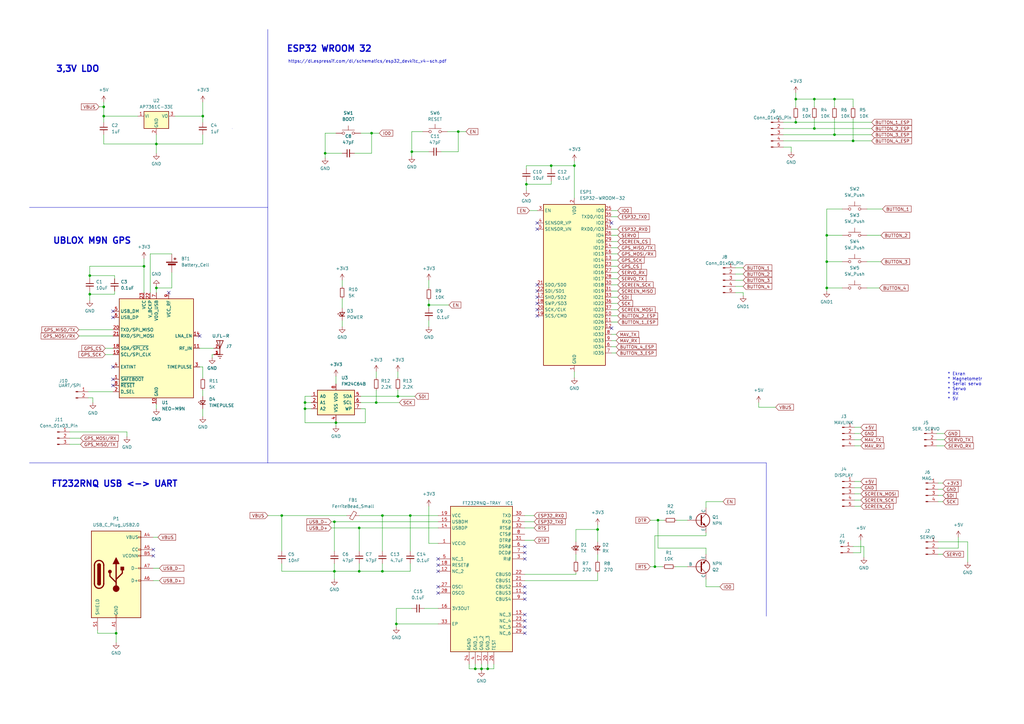
<source format=kicad_sch>
(kicad_sch (version 20230121) (generator eeschema)
  (paper "A3")
  (title_block (title "Tracker PCB") (date "5/2024") (rev "beta v.2"))
  (junction (at 152.4 54.61))
  (junction (at 137.795 173.355))
  (junction (at 339.09 96.52))
  (junction (at 349.885 57.785))
  (junction (at 162.56 255.905))
  (junction (at 59.055 109.22))
  (junction (at 42.545 47.625))
  (junction (at 156.845 234.315))
  (junction (at 342.265 55.245))
  (junction (at 83.185 47.625))
  (junction (at 47.625 259.715))
  (junction (at 133.35 62.865))
  (junction (at 175.895 125.095))
  (junction (at 245.11 217.17))
  (junction (at 147.32 234.315))
  (junction (at 168.275 211.455))
  (junction (at 147.32 216.535))
  (junction (at 334.01 40.64))
  (junction (at 200.025 274.32))
  (junction (at 36.83 120.65))
  (junction (at 125.095 165.1))
  (junction (at 215.9 75.565))
  (junction (at 342.265 40.64))
  (junction (at 156.845 211.455))
  (junction (at 194.945 274.32))
  (junction (at 168.91 62.23))
  (junction (at 137.16 213.995))
  (junction (at 197.485 274.32))
  (junction (at 339.09 107.315))
  (junction (at 226.06 67.945))
  (junction (at 42.545 43.815))
  (junction (at 64.135 118.11))
  (junction (at 137.16 234.315))
  (junction (at 154.305 165.1))
  (junction (at 326.39 50.165))
  (junction (at 268.605 232.41))
  (junction (at 326.39 40.64))
  (junction (at 125.095 167.64))
  (junction (at 187.96 53.975))
  (junction (at 163.195 162.56))
  (junction (at 334.01 52.705))
  (junction (at 36.83 113.03))
  (junction (at 269.875 213.36))
  (junction (at 64.135 59.055))
  (junction (at 339.09 118.11))
  (junction (at 235.585 67.945))
  (junction (at 115.57 211.455))
  (no_connect (at 179.705 243.205))
  (no_connect (at 179.705 229.235))
  (no_connect (at 46.355 155.575))
  (no_connect (at 215.265 224.155))
  (no_connect (at 215.265 254.635))
  (no_connect (at 215.265 252.095))
  (no_connect (at 250.825 134.62))
  (no_connect (at 250.825 91.44))
  (no_connect (at 46.355 127.635))
  (no_connect (at 62.865 227.965))
  (no_connect (at 69.215 120.015))
  (no_connect (at 220.345 116.84))
  (no_connect (at 46.355 158.115))
  (no_connect (at 179.705 231.775))
  (no_connect (at 215.265 257.175))
  (no_connect (at 81.915 137.795))
  (no_connect (at 62.865 225.425))
  (no_connect (at 215.265 259.715))
  (no_connect (at 215.265 245.745))
  (no_connect (at 215.265 226.695))
  (no_connect (at 220.345 93.98))
  (no_connect (at 220.345 127))
  (no_connect (at 220.345 91.44))
  (no_connect (at 220.345 121.92))
  (no_connect (at 215.265 229.235))
  (no_connect (at 220.345 129.54))
  (no_connect (at 215.265 240.665))
  (no_connect (at 215.265 243.205))
  (no_connect (at 46.355 130.175))
  (no_connect (at 179.705 234.315))
  (no_connect (at 220.345 124.46))
  (no_connect (at 46.355 150.495))
  (no_connect (at 179.705 240.665))
  (no_connect (at 220.345 119.38))
  (wire (pts (xy 289.56 240.665) (xy 295.275 240.665)))
  (wire (pts (xy 349.885 57.785) (xy 357.505 57.785)))
  (wire (pts (xy 61.595 104.14) (xy 70.485 104.14)))
  (wire (pts (xy 43.18 142.875) (xy 46.355 142.875)))
  (wire (pts (xy 384.81 205.74) (xy 386.715 205.74)))
  (wire (pts (xy 339.09 119.38) (xy 339.09 118.11)))
  (wire (pts (xy 349.885 40.64) (xy 342.265 40.64)))
  (wire (pts (xy 64.135 165.735) (xy 64.135 167.64)))
  (wire (pts (xy 168.275 226.06) (xy 168.275 211.455)))
  (wire (pts (xy 321.31 60.325) (xy 324.485 60.325)))
  (wire (pts (xy 42.545 43.815) (xy 42.545 47.625)))
  (wire (pts (xy 250.825 129.54) (xy 253.365 129.54)))
  (wire (pts (xy 194.945 272.415) (xy 194.945 274.32)))
  (wire (pts (xy 47.625 258.445) (xy 47.625 259.715)))
  (wire (pts (xy 353.06 226.695) (xy 349.885 226.695)))
  (wire (pts (xy 342.265 48.895) (xy 342.265 55.245)))
  (wire (pts (xy 215.9 75.565) (xy 226.06 75.565)))
  (wire (pts (xy 326.39 50.165) (xy 357.505 50.165)))
  (wire (pts (xy 46.99 119.38) (xy 46.99 120.65)))
  (wire (pts (xy 152.4 62.865) (xy 152.4 54.61)))
  (wire (pts (xy 137.16 213.995) (xy 179.705 213.995)))
  (wire (pts (xy 163.195 160.02) (xy 163.195 162.56)))
  (wire (pts (xy 147.955 162.56) (xy 163.195 162.56)))
  (wire (pts (xy 147.955 167.64) (xy 149.86 167.64)))
  (wire (pts (xy 28.575 182.245) (xy 33.02 182.245)))
  (wire (pts (xy 175.895 207.645) (xy 175.895 222.885)))
  (wire (pts (xy 137.795 54.61) (xy 133.35 54.61)))
  (wire (pts (xy 353.06 221.615) (xy 353.06 226.695)))
  (wire (pts (xy 200.025 274.32) (xy 197.485 274.32)))
  (wire (pts (xy 266.7 232.41) (xy 268.605 232.41)))
  (wire (pts (xy 296.545 205.74) (xy 289.56 205.74)))
  (wire (pts (xy 64.135 55.245) (xy 64.135 59.055)))
  (wire (pts (xy 226.06 67.945) (xy 235.585 67.945)))
  (wire (pts (xy 289.56 224.79) (xy 269.875 224.79)))
  (wire (pts (xy 125.095 165.1) (xy 125.095 162.56)))
  (wire (pts (xy 384.81 203.2) (xy 386.715 203.2)))
  (wire (pts (xy 393.065 224.79) (xy 393.065 220.345)))
  (wire (pts (xy 64.135 118.11) (xy 64.135 120.015)))
  (wire (pts (xy 245.11 222.25) (xy 245.11 217.17)))
  (wire (pts (xy 354.33 228.6) (xy 354.33 224.155)))
  (wire (pts (xy 40.64 43.815) (xy 42.545 43.815)))
  (wire (pts (xy 125.095 173.355) (xy 125.095 167.64)))
  (wire (pts (xy 125.095 167.64) (xy 125.095 165.1)))
  (wire (pts (xy 289.56 218.44) (xy 289.56 219.71)))
  (wire (pts (xy 197.485 272.415) (xy 197.485 274.32)))
  (wire (pts (xy 215.9 74.295) (xy 215.9 75.565)))
  (wire (pts (xy 226.06 74.295) (xy 226.06 75.565)))
  (wire (pts (xy 289.56 219.71) (xy 268.605 219.71)))
  (wire (pts (xy 250.825 137.16) (xy 252.73 137.16)))
  (wire (pts (xy 245.11 238.125) (xy 245.11 234.95)))
  (wire (pts (xy 175.895 114.935) (xy 175.895 118.11)))
  (wire (pts (xy 175.895 62.23) (xy 168.91 62.23)))
  (wire (pts (xy 250.825 142.24) (xy 252.73 142.24)))
  (wire (pts (xy 135.89 216.535) (xy 147.32 216.535)))
  (wire (pts (xy 32.385 135.255) (xy 46.355 135.255)))
  (wire (pts (xy 396.875 222.25) (xy 396.875 230.505)))
  (polyline (pts (xy 109.855 189.865) (xy 314.325 189.865)))
  (wire (pts (xy 339.09 85.725) (xy 339.09 96.52)))
  (wire (pts (xy 339.09 118.11) (xy 345.44 118.11)))
  (wire (pts (xy 64.135 59.055) (xy 42.545 59.055)))
  (wire (pts (xy 326.39 48.895) (xy 326.39 50.165)))
  (wire (pts (xy 384.175 177.8) (xy 387.35 177.8)))
  (wire (pts (xy 168.91 53.975) (xy 168.91 62.23)))
  (wire (pts (xy 250.825 139.7) (xy 252.73 139.7)))
  (wire (pts (xy 175.895 222.885) (xy 179.705 222.885)))
  (wire (pts (xy 133.35 54.61) (xy 133.35 62.865)))
  (wire (pts (xy 384.175 180.34) (xy 387.35 180.34)))
  (wire (pts (xy 301.625 114.935) (xy 304.8 114.935)))
  (wire (pts (xy 192.405 272.415) (xy 192.405 274.32)))
  (wire (pts (xy 137.795 173.355) (xy 137.795 172.72)))
  (wire (pts (xy 384.81 224.79) (xy 393.065 224.79)))
  (wire (pts (xy 277.495 213.36) (xy 281.94 213.36)))
  (wire (pts (xy 147.32 226.06) (xy 147.32 216.535)))
  (wire (pts (xy 250.825 119.38) (xy 253.365 119.38)))
  (wire (pts (xy 192.405 274.32) (xy 194.945 274.32)))
  (wire (pts (xy 83.185 41.91) (xy 83.185 47.625)))
  (wire (pts (xy 163.195 152.4) (xy 163.195 154.94)))
  (wire (pts (xy 115.57 211.455) (xy 142.24 211.455)))
  (wire (pts (xy 384.81 198.12) (xy 386.715 198.12)))
  (wire (pts (xy 62.865 220.345) (xy 64.77 220.345)))
  (wire (pts (xy 137.795 154.305) (xy 137.795 157.48)))
  (wire (pts (xy 83.185 150.495) (xy 83.185 154.94)))
  (wire (pts (xy 326.39 40.64) (xy 326.39 43.815)))
  (wire (pts (xy 334.01 40.64) (xy 326.39 40.64)))
  (polyline (pts (xy 12.065 189.865) (xy 109.855 189.865)))
  (wire (pts (xy 125.095 162.56) (xy 127.635 162.56)))
  (wire (pts (xy 175.895 125.095) (xy 184.15 125.095)))
  (wire (pts (xy 187.96 53.975) (xy 191.135 53.975)))
  (wire (pts (xy 245.11 215.265) (xy 245.11 217.17)))
  (wire (pts (xy 71.755 47.625) (xy 83.185 47.625)))
  (wire (pts (xy 133.35 62.865) (xy 133.35 64.77)))
  (wire (pts (xy 236.22 217.17) (xy 245.11 217.17)))
  (wire (pts (xy 36.195 163.195) (xy 38.1 163.195)))
  (wire (pts (xy 81.915 142.875) (xy 87.63 142.875)))
  (wire (pts (xy 250.825 124.46) (xy 253.365 124.46)))
  (wire (pts (xy 311.15 167.005) (xy 311.15 165.1)))
  (wire (pts (xy 42.545 55.245) (xy 42.545 59.055)))
  (wire (pts (xy 147.955 54.61) (xy 152.4 54.61)))
  (wire (pts (xy 268.605 219.71) (xy 268.605 232.41)))
  (wire (pts (xy 384.81 227.33) (xy 386.715 227.33)))
  (wire (pts (xy 215.265 238.125) (xy 245.11 238.125)))
  (wire (pts (xy 125.095 165.1) (xy 127.635 165.1)))
  (wire (pts (xy 46.99 113.03) (xy 36.83 113.03)))
  (wire (pts (xy 140.335 62.865) (xy 133.35 62.865)))
  (wire (pts (xy 236.22 235.585) (xy 236.22 234.95)))
  (wire (pts (xy 137.16 234.315) (xy 147.32 234.315)))
  (wire (pts (xy 250.825 106.68) (xy 253.365 106.68)))
  (wire (pts (xy 235.585 152.4) (xy 235.585 154.94)))
  (wire (pts (xy 269.875 224.79) (xy 269.875 213.36)))
  (wire (pts (xy 226.06 69.215) (xy 226.06 67.945)))
  (wire (pts (xy 147.955 165.1) (xy 154.305 165.1)))
  (wire (pts (xy 236.22 217.17) (xy 236.22 222.25)))
  (wire (pts (xy 342.265 40.64) (xy 334.01 40.64)))
  (wire (pts (xy 349.885 48.895) (xy 349.885 57.785)))
  (wire (pts (xy 70.485 111.76) (xy 70.485 118.11)))
  (wire (pts (xy 250.825 111.76) (xy 253.365 111.76)))
  (wire (pts (xy 173.99 249.555) (xy 179.705 249.555)))
  (wire (pts (xy 137.795 174.625) (xy 137.795 173.355)))
  (wire (pts (xy 52.07 177.165) (xy 28.575 177.165)))
  (wire (pts (xy 289.56 237.49) (xy 289.56 240.665)))
  (wire (pts (xy 326.39 38.1) (xy 326.39 40.64)))
  (wire (pts (xy 250.825 101.6) (xy 253.365 101.6)))
  (wire (pts (xy 175.895 123.19) (xy 175.895 125.095)))
  (wire (pts (xy 64.135 117.475) (xy 64.135 118.11)))
  (wire (pts (xy 125.095 167.64) (xy 127.635 167.64)))
  (wire (pts (xy 162.56 255.905) (xy 179.705 255.905)))
  (wire (pts (xy 152.4 54.61) (xy 155.575 54.61)))
  (wire (pts (xy 61.595 104.14) (xy 61.595 120.015)))
  (wire (pts (xy 269.875 213.36) (xy 272.415 213.36)))
  (wire (pts (xy 304.8 120.015) (xy 304.8 121.285)))
  (wire (pts (xy 289.56 227.33) (xy 289.56 224.79)))
  (wire (pts (xy 334.01 43.815) (xy 334.01 40.64)))
  (wire (pts (xy 83.185 55.245) (xy 83.185 59.055)))
  (wire (pts (xy 156.845 211.455) (xy 168.275 211.455)))
  (wire (pts (xy 301.625 120.015) (xy 304.8 120.015)))
  (wire (pts (xy 162.56 255.905) (xy 162.56 257.175)))
  (wire (pts (xy 59.055 109.22) (xy 59.055 120.015)))
  (wire (pts (xy 147.32 216.535) (xy 179.705 216.535)))
  (wire (pts (xy 115.57 234.315) (xy 137.16 234.315)))
  (wire (pts (xy 268.605 232.41) (xy 271.78 232.41)))
  (wire (pts (xy 135.89 213.995) (xy 137.16 213.995)))
  (wire (pts (xy 289.56 205.74) (xy 289.56 208.28)))
  (wire (pts (xy 86.995 145.415) (xy 86.995 146.685)))
  (wire (pts (xy 355.6 85.725) (xy 361.95 85.725)))
  (wire (pts (xy 349.885 43.815) (xy 349.885 40.64)))
  (wire (pts (xy 235.585 67.945) (xy 235.585 81.28)))
  (wire (pts (xy 250.825 88.9) (xy 253.365 88.9)))
  (wire (pts (xy 140.335 114.935) (xy 140.335 117.475)))
  (wire (pts (xy 350.52 200.025) (xy 353.06 200.025)))
  (wire (pts (xy 354.33 224.155) (xy 349.885 224.155)))
  (wire (pts (xy 62.865 233.045) (xy 65.405 233.045)))
  (wire (pts (xy 43.18 145.415) (xy 46.355 145.415)))
  (wire (pts (xy 250.825 109.22) (xy 253.365 109.22)))
  (wire (pts (xy 345.44 96.52) (xy 339.09 96.52)))
  (wire (pts (xy 321.31 57.785) (xy 349.885 57.785)))
  (wire (pts (xy 156.845 231.14) (xy 156.845 234.315)))
  (wire (pts (xy 350.52 205.105) (xy 353.06 205.105)))
  (wire (pts (xy 42.545 47.625) (xy 42.545 50.165)))
  (wire (pts (xy 301.625 112.395) (xy 304.8 112.395)))
  (wire (pts (xy 334.01 52.705) (xy 357.505 52.705)))
  (wire (pts (xy 226.06 67.945) (xy 215.9 67.945)))
  (wire (pts (xy 355.6 118.11) (xy 360.68 118.11)))
  (wire (pts (xy 156.845 211.455) (xy 156.845 226.06)))
  (wire (pts (xy 36.83 109.22) (xy 59.055 109.22)))
  (wire (pts (xy 250.825 86.36) (xy 253.365 86.36)))
  (wire (pts (xy 64.135 59.055) (xy 83.185 59.055)))
  (wire (pts (xy 149.86 167.64) (xy 149.86 173.355)))
  (wire (pts (xy 345.44 85.725) (xy 339.09 85.725)))
  (wire (pts (xy 83.185 160.02) (xy 83.185 162.56)))
  (wire (pts (xy 36.83 109.22) (xy 36.83 113.03)))
  (wire (pts (xy 350.52 202.565) (xy 353.06 202.565)))
  (wire (pts (xy 81.915 150.495) (xy 83.185 150.495)))
  (wire (pts (xy 168.275 234.315) (xy 156.845 234.315)))
  (wire (pts (xy 266.7 213.36) (xy 269.875 213.36)))
  (wire (pts (xy 154.305 165.1) (xy 163.83 165.1)))
  (wire (pts (xy 235.585 66.04) (xy 235.585 67.945)))
  (wire (pts (xy 384.81 200.66) (xy 386.715 200.66)))
  (wire (pts (xy 180.975 62.23) (xy 187.96 62.23)))
  (polyline (pts (xy 314.325 189.865) (xy 314.325 252.73)))
  (wire (pts (xy 342.265 55.245) (xy 357.505 55.245)))
  (wire (pts (xy 47.625 259.715) (xy 47.625 263.525)))
  (wire (pts (xy 350.52 177.8) (xy 353.06 177.8)))
  (wire (pts (xy 42.545 47.625) (xy 56.515 47.625)))
  (wire (pts (xy 236.22 227.33) (xy 236.22 229.87)))
  (wire (pts (xy 175.895 125.095) (xy 175.895 126.365)))
  (wire (pts (xy 202.565 274.32) (xy 200.025 274.32)))
  (wire (pts (xy 140.335 131.445) (xy 140.335 133.985)))
  (wire (pts (xy 147.32 231.14) (xy 147.32 234.315)))
  (wire (pts (xy 83.185 167.64) (xy 83.185 170.815)))
  (wire (pts (xy 168.275 211.455) (xy 179.705 211.455)))
  (wire (pts (xy 350.52 182.88) (xy 353.06 182.88)))
  (wire (pts (xy 250.825 114.3) (xy 253.365 114.3)))
  (wire (pts (xy 250.825 121.92) (xy 253.365 121.92)))
  (wire (pts (xy 250.825 93.98) (xy 253.365 93.98)))
  (wire (pts (xy 173.355 53.975) (xy 168.91 53.975)))
  (wire (pts (xy 46.99 114.3) (xy 46.99 113.03)))
  (wire (pts (xy 137.16 231.14) (xy 137.16 234.315)))
  (wire (pts (xy 162.56 249.555) (xy 162.56 255.905)))
  (wire (pts (xy 145.415 62.865) (xy 152.4 62.865)))
  (wire (pts (xy 42.545 41.91) (xy 42.545 43.815)))
  (wire (pts (xy 276.86 232.41) (xy 281.94 232.41)))
  (wire (pts (xy 215.265 213.995) (xy 219.075 213.995)))
  (wire (pts (xy 36.83 119.38) (xy 36.83 120.65)))
  (polyline (pts (xy 12.065 85.09) (xy 109.855 85.09)))
  (wire (pts (xy 38.1 163.195) (xy 38.1 165.1)))
  (polyline (pts (xy 109.855 85.09) (xy 109.855 189.865)))
  (wire (pts (xy 187.96 62.23) (xy 187.96 53.975)))
  (wire (pts (xy 321.31 55.245) (xy 342.265 55.245)))
  (wire (pts (xy 137.16 234.315) (xy 137.16 237.49)))
  (wire (pts (xy 350.52 207.645) (xy 353.06 207.645)))
  (wire (pts (xy 36.195 160.655) (xy 46.355 160.655)))
  (wire (pts (xy 324.485 60.325) (xy 324.485 62.23)))
  (wire (pts (xy 162.56 249.555) (xy 168.91 249.555)))
  (wire (pts (xy 384.81 222.25) (xy 396.875 222.25)))
  (wire (pts (xy 355.6 96.52) (xy 361.315 96.52)))
  (wire (pts (xy 115.57 226.06) (xy 115.57 211.455)))
  (wire (pts (xy 321.31 52.705) (xy 334.01 52.705)))
  (polyline (pts (xy 109.855 12.065) (xy 109.855 85.09)))
  (wire (pts (xy 175.895 131.445) (xy 175.895 133.985)))
  (wire (pts (xy 339.09 96.52) (xy 339.09 107.315)))
  (wire (pts (xy 70.485 118.11) (xy 64.135 118.11)))
  (wire (pts (xy 250.825 104.14) (xy 253.365 104.14)))
  (wire (pts (xy 355.6 107.315) (xy 361.315 107.315)))
  (wire (pts (xy 342.265 43.815) (xy 342.265 40.64)))
  (wire (pts (xy 215.265 235.585) (xy 236.22 235.585)))
  (wire (pts (xy 154.305 152.4) (xy 154.305 154.94)))
  (wire (pts (xy 36.83 120.65) (xy 46.99 120.65)))
  (wire (pts (xy 109.855 211.455) (xy 115.57 211.455)))
  (wire (pts (xy 215.9 67.945) (xy 215.9 69.215)))
  (wire (pts (xy 334.01 48.895) (xy 334.01 52.705)))
  (wire (pts (xy 32.385 137.795) (xy 46.355 137.795)))
  (wire (pts (xy 183.515 53.975) (xy 187.96 53.975)))
  (wire (pts (xy 250.825 96.52) (xy 253.365 96.52)))
  (wire (pts (xy 64.135 59.055) (xy 64.135 62.865)))
  (wire (pts (xy 163.195 162.56) (xy 170.18 162.56)))
  (wire (pts (xy 40.005 258.445) (xy 40.005 259.715)))
  (wire (pts (xy 28.575 179.705) (xy 33.02 179.705)))
  (wire (pts (xy 87.63 145.415) (xy 86.995 145.415)))
  (wire (pts (xy 215.265 211.455) (xy 219.075 211.455)))
  (wire (pts (xy 36.83 120.65) (xy 36.83 123.19)))
  (wire (pts (xy 137.16 213.995) (xy 137.16 226.06)))
  (wire (pts (xy 339.09 107.315) (xy 339.09 118.11)))
  (wire (pts (xy 52.07 179.07) (xy 52.07 177.165)))
  (wire (pts (xy 194.945 274.32) (xy 197.485 274.32)))
  (wire (pts (xy 318.135 167.005) (xy 311.15 167.005)))
  (wire (pts (xy 350.52 180.34) (xy 353.06 180.34)))
  (wire (pts (xy 59.055 106.045) (xy 59.055 109.22)))
  (wire (pts (xy 154.305 160.02) (xy 154.305 165.1)))
  (wire (pts (xy 215.265 221.615) (xy 219.075 221.615)))
  (wire (pts (xy 384.175 182.88) (xy 387.35 182.88)))
  (wire (pts (xy 168.275 231.14) (xy 168.275 234.315)))
  (wire (pts (xy 215.265 216.535) (xy 219.075 216.535)))
  (wire (pts (xy 168.91 62.23) (xy 168.91 64.135)))
  (wire (pts (xy 83.185 47.625) (xy 83.185 50.165)))
  (wire (pts (xy 115.57 231.14) (xy 115.57 234.315)))
  (wire (pts (xy 301.625 117.475) (xy 304.8 117.475)))
  (wire (pts (xy 350.52 197.485) (xy 353.06 197.485)))
  (wire (pts (xy 245.11 227.33) (xy 245.11 229.87)))
  (wire (pts (xy 62.865 238.125) (xy 65.405 238.125)))
  (wire (pts (xy 345.44 107.315) (xy 339.09 107.315)))
  (wire (pts (xy 156.845 234.315) (xy 147.32 234.315)))
  (wire (pts (xy 301.625 109.855) (xy 304.8 109.855)))
  (wire (pts (xy 36.83 113.03) (xy 36.83 114.3)))
  (wire (pts (xy 197.485 274.32) (xy 197.485 274.955)))
  (wire (pts (xy 149.86 173.355) (xy 137.795 173.355)))
  (wire (pts (xy 200.025 272.415) (xy 200.025 274.32)))
  (wire (pts (xy 350.52 175.26) (xy 353.06 175.26)))
  (wire (pts (xy 140.335 122.555) (xy 140.335 126.365)))
  (wire (pts (xy 250.825 99.06) (xy 253.365 99.06)))
  (wire (pts (xy 250.825 127) (xy 253.365 127)))
  (wire (pts (xy 217.17 86.36) (xy 220.345 86.36)))
  (wire (pts (xy 250.825 132.08) (xy 253.365 132.08)))
  (wire (pts (xy 202.565 272.415) (xy 202.565 274.32)))
  (wire (pts (xy 40.005 259.715) (xy 47.625 259.715)))
  (wire (pts (xy 321.31 50.165) (xy 326.39 50.165)))
  (wire (pts (xy 156.845 211.455) (xy 147.32 211.455)))
  (wire (pts (xy 250.825 116.84) (xy 253.365 116.84)))
  (wire (pts (xy 137.795 173.355) (xy 125.095 173.355)))
  (wire (pts (xy 250.825 144.78) (xy 252.73 144.78)))
  (wire (pts (xy 215.9 75.565) (xy 215.9 78.105)))
  (rectangle (start 95.25 52.705) (end 95.25 52.705))
  (text "* Ekran\n* Magnetometr\n* Serial serwo\n* Serwo\n* RX\n* 5V" (at 388.62 164.465 0) (effects (font (size 1.27 1.27)) (justify left bottom)))
  (text "FT232RNQ USB <-> UART\n" (at 20.955 200.025 0) (effects (font (size 2.54 2.54) (thickness 0.508) bold) (justify left bottom)))
  (text "https://dl.espressif.com/dl/schematics/esp32_devkitc_v4-sch.pdf" (at 118.11 26.035 0) (effects (font (size 1.27 1.27)) (justify left bottom)))
  (text "3,3V LDO" (at 22.86 29.845 0) (effects (font (size 2.54 2.54) (thickness 0.508) bold) (justify left bottom)))
  (text "ESP32 WROOM 32" (at 117.475 21.59 0) (effects (font (size 2.54 2.54) (thickness 0.508) bold) (justify left bottom)))
  (text "UBLOX M9N GPS\n" (at 21.59 100.33 0) (effects (font (size 2.54 2.54) (thickness 0.508) bold) (justify left bottom)))
  (global_label "SERVO" (shape input) (at 253.365 96.52 0) (property "Intersheetrefs" "${INTERSHEET_REFS}" (effects hide)))
  (global_label "BUTTON_4_ESP" (shape input) (at 357.505 57.785 0) (property "Intersheetrefs" "${INTERSHEET_REFS}" (effects hide)))
  (global_label "BUTTON_3" (shape input) (at 304.8 114.935 0) (property "Intersheetrefs" "${INTERSHEET_REFS}" (effects hide)))
  (global_label "GPS_SCK" (shape input) (at 43.18 145.415 180) (property "Intersheetrefs" "${INTERSHEET_REFS}" (effects hide)))
  (global_label "EN" (shape input) (at 191.135 53.975 0) (property "Intersheetrefs" "${INTERSHEET_REFS}" (effects hide)))
  (global_label "SCREEN_CS" (shape input) (at 353.06 207.645 0) (property "Intersheetrefs" "${INTERSHEET_REFS}" (effects hide)))
  (global_label "BUTTON_2_ESP" (shape input) (at 253.365 129.54 0) (property "Intersheetrefs" "${INTERSHEET_REFS}" (effects hide)))
  (global_label "SCREEN_MOSI" (shape input) (at 353.06 202.565 0) (property "Intersheetrefs" "${INTERSHEET_REFS}" (effects hide)))
  (global_label "IO0" (shape input) (at 155.575 54.61 0) (property "Intersheetrefs" "${INTERSHEET_REFS}" (effects hide)))
  (global_label "EN" (shape input) (at 184.15 125.095 0) (property "Intersheetrefs" "${INTERSHEET_REFS}" (effects hide)))
  (global_label "GPS_MOSI{slash}RX" (shape input) (at 253.365 104.14 0) (property "Intersheetrefs" "${INTERSHEET_REFS}" (effects hide)))
  (global_label "+5V" (shape input) (at 353.06 175.26 0) (property "Intersheetrefs" "${INTERSHEET_REFS}" (effects hide)))
  (global_label "SERVO" (shape input) (at 386.715 227.33 0) (property "Intersheetrefs" "${INTERSHEET_REFS}" (effects hide)))
  (global_label "SCK" (shape input) (at 253.365 124.46 0) (property "Intersheetrefs" "${INTERSHEET_REFS}" (effects hide)))
  (global_label "SCREEN_SCK" (shape input) (at 353.06 205.105 0) (property "Intersheetrefs" "${INTERSHEET_REFS}" (effects hide)))
  (global_label "GPS_MISO{slash}TX" (shape input) (at 33.02 182.245 0) (property "Intersheetrefs" "${INTERSHEET_REFS}" (effects hide)))
  (global_label "SERVO_RX" (shape input) (at 253.365 111.76 0) (property "Intersheetrefs" "${INTERSHEET_REFS}" (effects hide)))
  (global_label "BUTTON_2_ESP" (shape input) (at 357.505 52.705 0) (property "Intersheetrefs" "${INTERSHEET_REFS}" (effects hide)))
  (global_label "GND" (shape input) (at 386.715 200.66 0) (property "Intersheetrefs" "${INTERSHEET_REFS}" (effects hide)))
  (global_label "+3V3" (shape input) (at 386.715 198.12 0) (property "Intersheetrefs" "${INTERSHEET_REFS}" (effects hide)))
  (global_label "BUTTON_2" (shape input) (at 304.8 112.395 0) (property "Intersheetrefs" "${INTERSHEET_REFS}" (effects hide)))
  (global_label "BUTTON_4_ESP" (shape input) (at 252.73 142.24 0) (property "Intersheetrefs" "${INTERSHEET_REFS}" (effects hide)))
  (global_label "SDI" (shape input) (at 386.715 203.2 0) (property "Intersheetrefs" "${INTERSHEET_REFS}" (effects hide)))
  (global_label "SCK" (shape input) (at 386.715 205.74 0) (property "Intersheetrefs" "${INTERSHEET_REFS}" (effects hide)))
  (global_label "BUTTON_4" (shape input) (at 304.8 117.475 0) (property "Intersheetrefs" "${INTERSHEET_REFS}" (effects hide)))
  (global_label "EN" (shape input) (at 296.545 205.74 0) (property "Intersheetrefs" "${INTERSHEET_REFS}" (effects hide)))
  (global_label "GPS_SCK" (shape input) (at 253.365 106.68 0) (property "Intersheetrefs" "${INTERSHEET_REFS}" (effects hide)))
  (global_label "SERVO_TX" (shape input) (at 253.365 114.3 0) (property "Intersheetrefs" "${INTERSHEET_REFS}" (effects hide)))
  (global_label "GND" (shape input) (at 387.35 177.8 0) (property "Intersheetrefs" "${INTERSHEET_REFS}" (effects hide)))
  (global_label "GPS_MISO{slash}TX" (shape input) (at 32.385 135.255 180) (property "Intersheetrefs" "${INTERSHEET_REFS}" (effects hide)))
  (global_label "ESP32_RX0" (shape input) (at 219.075 211.455 0) (property "Intersheetrefs" "${INTERSHEET_REFS}" (effects hide)))
  (global_label "IO0" (shape input) (at 295.275 240.665 0) (property "Intersheetrefs" "${INTERSHEET_REFS}" (effects hide)))
  (global_label "RTS" (shape input) (at 219.075 216.535 0) (property "Intersheetrefs" "${INTERSHEET_REFS}" (effects hide)))
  (global_label "SDI" (shape input) (at 170.18 162.56 0) (property "Intersheetrefs" "${INTERSHEET_REFS}" (effects hide)))
  (global_label "VBUS" (shape input) (at 109.855 211.455 180) (property "Intersheetrefs" "${INTERSHEET_REFS}" (effects hide)))
  (global_label "MAV_TX" (shape input) (at 252.73 137.16 0) (property "Intersheetrefs" "${INTERSHEET_REFS}" (effects hide)))
  (global_label "GND" (shape input) (at 353.06 177.8 0) (property "Intersheetrefs" "${INTERSHEET_REFS}" (effects hide)))
  (global_label "MAV_RX" (shape input) (at 252.73 139.7 0) (property "Intersheetrefs" "${INTERSHEET_REFS}" (effects hide)))
  (global_label "BUTTON_1_ESP" (shape input) (at 253.365 132.08 0) (property "Intersheetrefs" "${INTERSHEET_REFS}" (effects hide)))
  (global_label "MAV_RX" (shape input) (at 353.06 182.88 0) (property "Intersheetrefs" "${INTERSHEET_REFS}" (effects hide)))
  (global_label "USB_D+" (shape input) (at 65.405 238.125 0) (property "Intersheetrefs" "${INTERSHEET_REFS}" (effects hide)))
  (global_label "BUTTON_2" (shape input) (at 361.315 96.52 0) (property "Intersheetrefs" "${INTERSHEET_REFS}" (effects hide)))
  (global_label "VBUS" (shape input) (at 40.64 43.815 180) (property "Intersheetrefs" "${INTERSHEET_REFS}" (effects hide)))
  (global_label "+5V" (shape input) (at 353.06 197.485 0) (property "Intersheetrefs" "${INTERSHEET_REFS}" (effects hide)))
  (global_label "VBUS" (shape input) (at 318.135 167.005 0) (property "Intersheetrefs" "${INTERSHEET_REFS}" (effects hide)))
  (global_label "GPS_CS" (shape input) (at 43.18 142.875 180) (property "Intersheetrefs" "${INTERSHEET_REFS}" (effects hide)))
  (global_label "ESP32_TX0" (shape input) (at 253.365 88.9 0) (property "Intersheetrefs" "${INTERSHEET_REFS}" (effects hide)))
  (global_label "SERVO_RX" (shape input) (at 387.35 182.88 0) (property "Intersheetrefs" "${INTERSHEET_REFS}" (effects hide)))
  (global_label "BUTTON_1_ESP" (shape input) (at 357.505 50.165 0) (property "Intersheetrefs" "${INTERSHEET_REFS}" (effects hide)))
  (global_label "GND" (shape input) (at 353.06 200.025 0) (property "Intersheetrefs" "${INTERSHEET_REFS}" (effects hide)))
  (global_label "USB_D-" (shape input) (at 65.405 233.045 0) (property "Intersheetrefs" "${INTERSHEET_REFS}" (effects hide)))
  (global_label "SCK" (shape input) (at 163.83 165.1 0) (property "Intersheetrefs" "${INTERSHEET_REFS}" (effects hide)))
  (global_label "DTR" (shape input) (at 219.075 221.615 0) (property "Intersheetrefs" "${INTERSHEET_REFS}" (effects hide)))
  (global_label "SCREEN_SCK" (shape input) (at 253.365 116.84 0) (property "Intersheetrefs" "${INTERSHEET_REFS}" (effects hide)))
  (global_label "SDI" (shape input) (at 253.365 121.92 0) (property "Intersheetrefs" "${INTERSHEET_REFS}" (effects hide)))
  (global_label "SERVO_TX" (shape input) (at 387.35 180.34 0) (property "Intersheetrefs" "${INTERSHEET_REFS}" (effects hide)))
  (global_label "BUTTON_3_ESP" (shape input) (at 252.73 144.78 0) (property "Intersheetrefs" "${INTERSHEET_REFS}" (effects hide)))
  (global_label "GPS_MISO{slash}TX" (shape input) (at 253.365 101.6 0) (property "Intersheetrefs" "${INTERSHEET_REFS}" (effects hide)))
  (global_label "SCREEN_MOSI" (shape input) (at 253.365 127 0) (property "Intersheetrefs" "${INTERSHEET_REFS}" (effects hide)))
  (global_label "GPS_MOSI{slash}RX" (shape input) (at 32.385 137.795 180) (property "Intersheetrefs" "${INTERSHEET_REFS}" (effects hide)))
  (global_label "SCREEN_CS" (shape input) (at 253.365 99.06 0) (property "Intersheetrefs" "${INTERSHEET_REFS}" (effects hide)))
  (global_label "DTR" (shape input) (at 266.7 213.36 180) (property "Intersheetrefs" "${INTERSHEET_REFS}" (effects hide)))
  (global_label "ESP32_RX0" (shape input) (at 253.365 93.98 0) (property "Intersheetrefs" "${INTERSHEET_REFS}" (effects hide)))
  (global_label "RTS" (shape input) (at 266.7 232.41 180) (property "Intersheetrefs" "${INTERSHEET_REFS}" (effects hide)))
  (global_label "EN" (shape input) (at 217.17 86.36 180) (property "Intersheetrefs" "${INTERSHEET_REFS}" (effects hide)))
  (global_label "BUTTON_4" (shape input) (at 360.68 118.11 0) (property "Intersheetrefs" "${INTERSHEET_REFS}" (effects hide)))
  (global_label "BUTTON_1" (shape input) (at 361.95 85.725 0) (property "Intersheetrefs" "${INTERSHEET_REFS}" (effects hide)))
  (global_label "SCREEN_MISO" (shape input) (at 253.365 119.38 0) (property "Intersheetrefs" "${INTERSHEET_REFS}" (effects hide)))
  (global_label "GPS_CS" (shape input) (at 253.365 109.22 0) (property "Intersheetrefs" "${INTERSHEET_REFS}" (effects hide)))
  (global_label "USB_D+" (shape input) (at 135.89 216.535 180) (property "Intersheetrefs" "${INTERSHEET_REFS}" (effects hide)))
  (global_label "USB_D-" (shape input) (at 135.89 213.995 180) (property "Intersheetrefs" "${INTERSHEET_REFS}" (effects hide)))
  (global_label "BUTTON_1" (shape input) (at 304.8 109.855 0) (property "Intersheetrefs" "${INTERSHEET_REFS}" (effects hide)))
  (global_label "IO0" (shape input) (at 253.365 86.36 0) (property "Intersheetrefs" "${INTERSHEET_REFS}" (effects hide)))
  (global_label "BUTTON_3_ESP" (shape input) (at 357.505 55.245 0) (property "Intersheetrefs" "${INTERSHEET_REFS}" (effects hide)))
  (global_label "MAV_TX" (shape input) (at 353.06 180.34 0) (property "Intersheetrefs" "${INTERSHEET_REFS}" (effects hide)))
  (global_label "ESP32_TX0" (shape input) (at 219.075 213.995 0) (property "Intersheetrefs" "${INTERSHEET_REFS}" (effects hide)))
  (global_label "GPS_MOSI{slash}RX" (shape input) (at 33.02 179.705 0) (property "Intersheetrefs" "${INTERSHEET_REFS}" (effects hide)))
  (global_label "VBUS" (shape input) (at 64.77 220.345 0) (property "Intersheetrefs" "${INTERSHEET_REFS}" (effects hide)))
  (global_label "BUTTON_3" (shape input) (at 361.315 107.315 0) (property "Intersheetrefs" "${INTERSHEET_REFS}" (effects hide)))
  (symbol (lib_id "power:GND") (at 36.83 123.19 0) (unit 1)
    (property "Reference" "#PWR01" (effects hide))
    (property "Value" "GND" (at 36.83 127.508 0))
  )
  (symbol (lib_id "power:GND") (at 215.9 78.105 0) (unit 1)
    (property "Reference" "#PWR024" (effects hide))
    (property "Value" "GND" (at 215.9 82.423 0))
  )
  (symbol (lib_id "power:GND") (at 86.995 146.685 0) (unit 1)
    (property "Reference" "#PWR033" (effects hide))
    (property "Value" "GND" (at 86.995 151.003 0))
  )
  (symbol (lib_id "Connector:Conn_01x05_Pin") (at 296.545 114.935 0) (unit 1)
    (property "Reference" "J8" (at 297.18 105.41 0))
    (property "Value" "Conn_01x05_Pin" (at 297.18 107.95 0))
    (property "Footprint" "Connector_PinHeader_1.27mm:PinHeader_1x05_P1.27mm_Vertical_SMD_Pin1Left" (effects hide))
  )
  (symbol (lib_id "power:+3V3") (at 326.39 38.1 0) (unit 1)
    (property "Reference" "#PWR09" (effects hide))
    (property "Value" "+3V3" (at 326.39 33.274 0))
  )
  (symbol (lib_id "Device:R_Small") (at 349.885 46.355 0) (unit 1)
    (property "Reference" "R5" (at 352.425 45.085 0) (effects (justify left)))
    (property "Value" "10K" (at 352.425 47.625 0) (effects (justify left)))
    (property "Footprint" "Resistor_SMD:R_0805_2012Metric" (effects hide))
  )
  (symbol (lib_id "Switch:SW_Push") (at 142.875 54.61 0) (unit 1)
    (property "Reference" "SW1" (at 142.875 46.355 0))
    (property "Value" "BOOT" (at 142.875 48.895 0))
    (property "Footprint" "Button_Switch_SMD:SW_SPST_B3U-1000P" (effects hide))
  )
  (symbol (lib_id "power:GND1") (at 304.8 121.285 0) (unit 1)
    (property "Reference" "#PWR037" (effects hide))
    (property "Value" "GND1" (at 304.8 125.73 0))
  )
  (symbol (lib_id "Device:C_Small") (at 83.185 52.705 0) (unit 1)
    (property "Reference" "C4" (at 86.36 51.4413 0) (effects (justify left)))
    (property "Value" "1uF" (at 86.36 53.9813 0) (effects (justify left)))
    (property "Footprint" "Capacitor_SMD:C_0805_2012Metric" (effects hide))
  )
  (symbol (lib_id "Device:LED_Small") (at 140.335 128.905 90) (unit 1)
    (property "Reference" "D3" (at 142.24 127.5715 90) (effects (justify right)))
    (property "Value" "POWER" (at 142.24 130.1115 90) (effects (justify right)))
    (property "Footprint" "LED_SMD:LED_0805_2012Metric" (effects hide))
  )
  (symbol (lib_id "Device:C_Small") (at 42.545 52.705 0) (unit 1)
    (property "Reference" "C2" (at 45.72 51.4413 0) (effects (justify left)))
    (property "Value" "1uF" (at 45.72 53.9813 0) (effects (justify left)))
    (property "Footprint" "Capacitor_SMD:C_0805_2012Metric" (effects hide))
  )
  (symbol (lib_id "Device:R_Small") (at 140.335 120.015 0) (unit 1)
    (property "Reference" "R10" (at 142.875 118.745 0) (effects (justify left)))
    (property "Value" "5K" (at 142.875 121.285 0) (effects (justify left)))
    (property "Footprint" "Resistor_SMD:R_0805_2012Metric" (effects hide))
  )
  (symbol (lib_id "Device:C_Small") (at 46.99 116.84 0) (unit 1)
    (property "Reference" "C3" (at 49.53 115.5763 0) (effects (justify left)))
    (property "Value" "0.1uF" (at 49.53 118.1163 0) (effects (justify left)))
    (property "Footprint" "Capacitor_SMD:C_0805_2012Metric" (effects hide))
  )
  (symbol (lib_id "power:GND") (at 137.16 237.49 0) (unit 1)
    (property "Reference" "#PWR012" (effects hide))
    (property "Value" "GND" (at 137.16 241.808 0))
  )
  (symbol (lib_id "Device:R_Small") (at 326.39 46.355 0) (unit 1)
    (property "Reference" "R3" (at 328.93 45.085 0) (effects (justify left)))
    (property "Value" "10K" (at 328.93 47.625 0) (effects (justify left)))
    (property "Footprint" "Resistor_SMD:R_0805_2012Metric" (effects hide))
  )
  (symbol (lib_id "Switch:SW_Push") (at 350.52 96.52 0) (unit 1)
    (property "Reference" "SW3" (at 350.52 88.265 0))
    (property "Value" "SW_Push" (at 350.52 90.805 0))
    (property "Footprint" "Button_Switch_SMD:SW_SPST_B3SL-1002P" (effects hide))
  )
  (symbol (lib_id "Device:C_Small") (at 171.45 249.555 90) (unit 1)
    (property "Reference" "C15" (at 171.4563 242.57 90))
    (property "Value" "0.1uF" (at 171.4563 245.11 90))
    (property "Footprint" "Capacitor_SMD:C_0805_2012Metric" (effects hide))
  )
  (symbol (lib_id "Device:LED_Small") (at 83.185 165.1 90) (unit 1)
    (property "Reference" "D4" (at 85.725 163.7665 90) (effects (justify right)))
    (property "Value" "TIMEPULSE" (at 85.725 166.3065 90) (effects (justify right)))
    (property "Footprint" "LED_SMD:LED_0805_2012Metric" (effects hide))
  )
  (symbol (lib_id "power:GND") (at 137.795 174.625 0) (unit 1)
    (property "Reference" "#PWR010" (effects hide))
    (property "Value" "GND" (at 137.795 178.943 0))
  )
  (symbol (lib_id "Device:R_Small") (at 334.01 46.355 0) (unit 1)
    (property "Reference" "R4" (at 336.55 45.085 0) (effects (justify left)))
    (property "Value" "10K" (at 336.55 47.625 0) (effects (justify left)))
    (property "Footprint" "Resistor_SMD:R_0805_2012Metric" (effects hide))
  )
  (symbol (lib_id "power:GND") (at 168.91 64.135 0) (unit 1)
    (property "Reference" "#PWR020" (effects hide))
    (property "Value" "GND" (at 168.91 68.453 0))
  )
  (symbol (lib_id "Switch:SW_Push") (at 350.52 85.725 0) (unit 1)
    (property "Reference" "SW2" (at 350.52 77.47 0))
    (property "Value" "SW_Push" (at 350.52 80.01 0))
    (property "Footprint" "Button_Switch_SMD:SW_SPST_B3SL-1002P" (effects hide))
  )
  (symbol (lib_id "power:+5V") (at 353.06 221.615 0) (unit 1)
    (property "Reference" "#PWR021" (effects hide))
    (property "Value" "+5V" (at 353.06 216.535 0))
  )
  (symbol (lib_id "power:GND") (at 162.56 257.175 0) (unit 1)
    (property "Reference" "#PWR011" (effects hide))
    (property "Value" "GND" (at 162.56 261.493 0))
  )
  (symbol (lib_id "Connector:Conn_01x02_Pin") (at 31.115 160.655 0) (unit 1)
    (property "Reference" "J10" (at 26.035 156.21 0))
    (property "Value" "UART/SPI" (at 28.575 158.115 0))
    (property "Footprint" "Connector_PinHeader_2.54mm:PinHeader_1x02_P2.54mm_Vertical" (effects hide))
  )
  (symbol (lib_id "Device:R_Small") (at 175.895 120.65 0) (unit 1)
    (property "Reference" "R9" (at 178.435 119.38 0) (effects (justify left)))
    (property "Value" "10K" (at 178.435 121.92 0) (effects (justify left)))
    (property "Footprint" "Resistor_SMD:R_0805_2012Metric" (effects hide))
  )
  (symbol (lib_id "Device:Battery_Cell") (at 70.485 109.22 0) (unit 1)
    (property "Reference" "BT1" (at 74.295 106.1085 0) (effects (justify left)))
    (property "Value" "Battery_Cell" (at 74.295 108.6485 0) (effects (justify left)))
    (property "Footprint" "Battery:BatteryHolder_Keystone_1060_1x2032" (effects hide))
  )
  (symbol (lib_id "power:+3V3") (at 83.185 41.91 0) (unit 1)
    (property "Reference" "#PWR07" (effects hide))
    (property "Value" "+3V3" (at 83.185 36.83 0))
  )
  (symbol (lib_id "Device:C_Small") (at 147.32 228.6 0) (unit 1)
    (property "Reference" "C7" (at 149.86 227.3363 0) (effects (justify left)))
    (property "Value" "47pF" (at 149.86 229.8763 0) (effects (justify left)))
    (property "Footprint" "Capacitor_SMD:C_0805_2012Metric" (effects hide))
  )
  (symbol (lib_id "power:+3V3") (at 175.895 207.645 0) (unit 1)
    (property "Reference" "#PWR013" (effects hide))
    (property "Value" "+3V3" (at 175.895 202.565 0))
  )
  (symbol (lib_id "Connector:Conn_01x05_Pin") (at 345.44 202.565 0) (unit 1)
    (property "Reference" "J4" (at 346.075 192.405 0))
    (property "Value" "DISPLAY" (at 346.075 194.945 0))
    (property "Footprint" "Connector_JST:JST_GH_BM05B-GHS-TBT_1x05-1MP_P1.25mm_Vertical" (effects hide))
  )
  (symbol (lib_id "U.FL-R-SMT-1_10:U.FL-R-SMT-1(10)") (at 90.17 142.875 0) (unit 1)
    (property "Reference" "J7" (at 92.71 142.0495 0) (effects (justify left)))
    (property "Value" "U.FL-R" (at 86.995 137.795 0) (effects (justify left)))
    (property "Footprint" "U.FL-R-SMT-1_10:HRS_U.FL-R-SMT-1(10)" (effects hide))
    (property "DESCRIPTION" "U.FL Series 6 Ghz 50 Ohm Ultra-small SMT Coaxial Cable Receptacle" (effects hide))
    (property "PACKAGE" "None" (effects hide))
    (property "PRICE" "0.71 USD" (effects hide))
    (property "STANDARD" "Manufacturer Recommendation" (effects hide))
    (property "MP" "U.FL-R-SMT-1_10_" (effects hide))
    (property "AVAILABILITY" "Good" (effects hide))
    (property "MANUFACTURER" "Hirose" (effects hide))
  )
  (symbol (lib_id "power:+3V3") (at 154.305 152.4 0) (unit 1)
    (property "Reference" "#PWR038" (effects hide))
    (property "Value" "+3V3" (at 154.305 147.574 0))
  )
  (symbol (lib_id "power:+5V") (at 311.15 165.1 0) (unit 1)
    (property "Reference" "#PWR025" (effects hide))
    (property "Value" "+5V" (at 311.15 160.02 0))
  )
  (symbol (lib_id "RF_GPS:NEO-M9N") (at 64.135 142.875 0) (unit 1)
    (property "Reference" "U1" (at 66.3291 165.1 0) (effects (justify left)))
    (property "Value" "NEO-M9N" (at 66.3291 167.64 0) (effects (justify left)))
    (property "Footprint" "RF_GPS:ublox_NEO" (effects hide))
    (property "Datasheet" "https://www.u-blox.com/sites/default/files/NEO-M9N-00B_DataSheet_UBX-19014285.pdf" (effects hide))
  )
  (symbol (lib_id "Device:R_Small") (at 83.185 157.48 0) (unit 1)
    (property "Reference" "R11" (at 85.725 156.21 0) (effects (justify left)))
    (property "Value" "5K" (at 85.725 158.75 0) (effects (justify left)))
    (property "Footprint" "Resistor_SMD:R_0805_2012Metric" (effects hide))
  )
  (symbol (lib_id "power:+3V3") (at 140.335 114.935 0) (unit 1)
    (property "Reference" "#PWR026" (effects hide))
    (property "Value" "+3V3" (at 140.335 110.109 0))
  )
  (symbol (lib_id "Device:R_Small") (at 163.195 157.48 0) (unit 1)
    (property "Reference" "R13" (at 165.1 156.21 0) (effects (justify left)))
    (property "Value" "2.2K" (at 165.1 158.75 0) (effects (justify left)))
    (property "Footprint" "Resistor_SMD:R_0805_2012Metric" (effects hide))
  )
  (symbol (lib_id "power:GND") (at 133.35 64.77 0) (unit 1)
    (property "Reference" "#PWR015" (effects hide))
    (property "Value" "GND" (at 133.35 69.088 0))
  )
  (symbol (lib_id "Device:C_Small") (at 175.895 128.905 0) (unit 1)
    (property "Reference" "C9" (at 179.07 127.6413 0) (effects (justify left)))
    (property "Value" "0.1uF" (at 179.07 130.1813 0) (effects (justify left)))
    (property "Footprint" "Capacitor_SMD:C_0805_2012Metric" (effects hide))
  )
  (symbol (lib_id "Device:C_Small") (at 156.845 228.6 0) (unit 1)
    (property "Reference" "C13" (at 160.02 227.3363 0) (effects (justify left)))
    (property "Value" "4.7uF" (at 160.02 229.8763 0) (effects (justify left)))
    (property "Footprint" "Capacitor_SMD:C_0805_2012Metric" (effects hide))
  )
  (symbol (lib_id "power:GND") (at 83.185 170.815 0) (unit 1)
    (property "Reference" "#PWR023" (effects hide))
    (property "Value" "GND" (at 83.185 175.133 0))
  )
  (symbol (lib_id "power:GND") (at 197.485 274.955 0) (unit 1)
    (property "Reference" "#PWR016" (effects hide))
    (property "Value" "GND" (at 197.485 279.273 0))
  )
  (symbol (lib_id "Connector:Conn_01x04_Pin") (at 379.73 200.66 0) (unit 1)
    (property "Reference" "J6" (at 380.365 193.675 0))
    (property "Value" "MAG." (at 380.365 196.215 0))
    (property "Footprint" "Connector_JST:JST_GH_BM04B-GHS-TBT_1x04-1MP_P1.25mm_Vertical" (effects hide))
  )
  (symbol (lib_id "Device:R_Small") (at 342.265 46.355 0) (unit 1)
    (property "Reference" "R6" (at 344.805 45.085 0) (effects (justify left)))
    (property "Value" "10K" (at 344.805 47.625 0) (effects (justify left)))
    (property "Footprint" "Resistor_SMD:R_0805_2012Metric" (effects hide))
  )
  (symbol (lib_id "power:+3V3") (at 137.795 154.305 0) (unit 1)
    (property "Reference" "#PWR034" (effects hide))
    (property "Value" "+3V3" (at 137.795 149.479 0))
  )
  (symbol (lib_id "RF_Module:ESP32-WROOM-32") (at 235.585 116.84 0) (unit 1)
    (property "Reference" "ESP1" (at 237.7791 78.74 0) (effects (justify left)))
    (property "Value" "ESP32-WROOM-32" (at 237.7791 81.28 0) (effects (justify left)))
    (property "Footprint" "RF_Module:ESP32-WROOM-32UE" (effects hide))
    (property "Datasheet" "https://www.espressif.com/sites/default/files/documentation/esp32-wroom-32_datasheet_en.pdf" (effects hide))
  )
  (symbol (lib_id "Device:FerriteBead_Small") (at 144.78 211.455 270) (unit 1)
    (property "Reference" "FB1" (at 144.8181 205.105 90))
    (property "Value" "FerriteBead_Small" (at 144.8181 207.645 90))
    (property "Footprint" "Inductor_SMD:L_0805_2012Metric" (effects hide))
  )
  (symbol (lib_id "Device:C_Small") (at 115.57 228.6 0) (unit 1)
    (property "Reference" "C5" (at 118.11 227.3363 0) (effects (justify left)))
    (property "Value" "10nF" (at 118.11 229.8763 0) (effects (justify left)))
    (property "Footprint" "Capacitor_SMD:C_0805_2012Metric" (effects hide))
  )
  (symbol (lib_id "power:GND1") (at 339.09 119.38 0) (unit 1)
    (property "Reference" "#PWR014" (effects hide))
    (property "Value" "GND1" (at 339.09 123.825 0))
  )
  (symbol (lib_id "Switch:SW_Push") (at 350.52 107.315 0) (unit 1)
    (property "Reference" "SW4" (at 350.52 99.06 0))
    (property "Value" "SW_Push" (at 350.52 101.6 0))
    (property "Footprint" "Button_Switch_SMD:SW_SPST_B3SL-1002P" (effects hide))
  )
  (symbol (lib_id "Device:C_Small") (at 142.875 62.865 90) (unit 1)
    (property "Reference" "C8" (at 142.8813 55.88 90))
    (property "Value" "47pF" (at 142.8813 58.42 90))
    (property "Footprint" "Capacitor_SMD:C_0805_2012Metric" (effects hide))
  )
  (symbol (lib_id "power:GND") (at 140.335 133.985 0) (unit 1)
    (property "Reference" "#PWR027" (effects hide))
    (property "Value" "GND" (at 140.335 138.303 0))
  )
  (symbol (lib_id "Connector:Conn_01x03_Pin") (at 379.095 180.34 0) (unit 1)
    (property "Reference" "J5" (at 379.73 173.355 0))
    (property "Value" "SER. SERVO" (at 379.73 175.895 0))
    (property "Footprint" "Connector_JST:JST_GH_BM03B-GHS-TBT_1x03-1MP_P1.25mm_Vertical" (effects hide))
  )
  (symbol (lib_id "power:+3V3") (at 163.195 152.4 0) (unit 1)
    (property "Reference" "#PWR039" (effects hide))
    (property "Value" "+3V3" (at 163.195 147.574 0))
  )
  (symbol (lib_id "Device:R_Small") (at 274.32 232.41 270) (unit 1)
    (property "Reference" "R1" (at 274.32 226.695 90))
    (property "Value" "10K" (at 274.32 229.235 90))
    (property "Footprint" "Resistor_SMD:R_0805_2012Metric" (effects hide))
  )
  (symbol (lib_id "power:GND") (at 38.1 165.1 0) (unit 1)
    (property "Reference" "#PWR032" (effects hide))
    (property "Value" "GND" (at 38.1 169.418 0))
  )
  (symbol (lib_id "Regulator_Linear:AP7361C-33E") (at 64.135 47.625 0) (unit 1)
    (property "Reference" "U2" (at 64.135 41.275 0))
    (property "Value" "AP7361C-33E" (at 64.135 43.815 0))
    (property "Footprint" "Package_TO_SOT_SMD:SOT-223-3_TabPin2" (effects hide))
    (property "Datasheet" "https://www.diodes.com/assets/Datasheets/AP7361C.pdf" (effects hide))
  )
  (symbol (lib_id "power:GND") (at 52.07 179.07 0) (unit 1)
    (property "Reference" "#PWR036" (effects hide))
    (property "Value" "GND" (at 52.07 183.388 0))
  )
  (symbol (lib_id "Connector:Conn_01x02_Pin") (at 344.805 224.155 0) (unit 1)
    (property "Reference" "J1" (at 345.44 219.71 0))
    (property "Value" "5V" (at 345.44 222.25 0))
    (property "Footprint" "Connector_PinHeader_2.54mm:PinHeader_1x02_P2.54mm_Vertical" (effects hide))
  )
  (symbol (lib_id "power:GND") (at 47.625 263.525 0) (unit 1)
    (property "Reference" "#PWR08" (effects hide))
    (property "Value" "GND" (at 47.625 267.843 0))
  )
  (symbol (lib_id "power:+3V3") (at 59.055 106.045 0) (unit 1)
    (property "Reference" "#PWR03" (effects hide))
    (property "Value" "+3V3" (at 59.055 101.219 0))
  )
  (symbol (lib_id "power:GND") (at 64.135 167.64 0) (unit 1)
    (property "Reference" "#PWR06" (effects hide))
    (property "Value" "GND" (at 64.135 171.958 0))
  )
  (symbol (lib_id "Simulation_SPICE:NPN") (at 287.02 213.36 0) (unit 1)
    (property "Reference" "Q1" (at 292.1 212.09 0) (effects (justify left)))
    (property "Value" "NPN" (at 292.1 214.63 0) (effects (justify left)))
    (property "Footprint" "Package_TO_SOT_SMD:TSOT-23" (effects hide))
    (property "Sim.Device" "NPN" (effects hide))
    (property "Sim.Type" "GUMMELPOON" (effects hide))
    (property "Sim.Pins" "1=C 2=B 3=E" (effects hide))
  )
  (symbol (lib_id "power:GND") (at 175.895 133.985 0) (unit 1)
    (property "Reference" "#PWR019" (effects hide))
    (property "Value" "GND" (at 175.895 138.303 0))
  )
  (symbol (lib_id "Connector:USB_C_Plug_USB2.0") (at 47.625 235.585 0) (unit 1)
    (property "Reference" "P1" (at 47.625 212.725 0))
    (property "Value" "USB_C_Plug_USB2.0" (at 47.625 215.265 0))
    (property "Footprint" "Connector_USB:USB_C_Receptacle_HRO_TYPE-C-31-M-12" (effects hide))
    (property "Datasheet" "https://www.usb.org/sites/default/files/documents/usb_type-c.zip" (effects hide))
  )
  (symbol (lib_id "Switch:SW_Push") (at 178.435 53.975 0) (unit 1)
    (property "Reference" "SW6" (at 178.435 46.355 0))
    (property "Value" "RESET" (at 178.435 48.895 0))
    (property "Footprint" "Button_Switch_SMD:SW_SPST_B3U-1000P" (effects hide))
  )
  (symbol (lib_id "power:GND") (at 324.485 62.23 0) (unit 1)
    (property "Reference" "#PWR035" (effects hide))
    (property "Value" "GND" (at 324.485 66.548 0))
  )
  (symbol (lib_id "Device:LED_Small") (at 245.11 224.79 90) (unit 1)
    (property "Reference" "D2" (at 247.015 223.4565 90) (effects (justify right)))
    (property "Value" "RX" (at 247.015 225.9965 90) (effects (justify right)))
    (property "Footprint" "LED_SMD:LED_0805_2012Metric" (effects hide))
  )
  (symbol (lib_id "Device:C_Small") (at 226.06 71.755 0) (unit 1)
    (property "Reference" "C12" (at 228.6 70.4913 0) (effects (justify left)))
    (property "Value" "0.1uF" (at 228.6 73.0313 0) (effects (justify left)))
    (property "Footprint" "Capacitor_SMD:C_0805_2012Metric" (effects hide))
  )
  (symbol (lib_id "Simulation_SPICE:NPN") (at 287.02 232.41 0) (mirror x) (unit 1)
    (property "Reference" "Q2" (at 292.1 233.68 0) (effects (justify left)))
    (property "Value" "NPN" (at 292.1 231.14 0) (effects (justify left)))
    (property "Footprint" "Package_TO_SOT_SMD:TSOT-23" (effects hide))
    (property "Sim.Device" "NPN" (effects hide))
    (property "Sim.Type" "GUMMELPOON" (effects hide))
    (property "Sim.Pins" "1=C 2=B 3=E" (effects hide))
  )
  (symbol (lib_id "Connector:Conn_01x05_Pin") (at 316.23 55.245 0) (unit 1)
    (property "Reference" "J9" (at 316.865 45.72 0))
    (property "Value" "Conn_01x05_Pin" (at 316.865 48.26 0))
    (property "Footprint" "Connector_JST:JST_GH_BM05B-GHS-TBT_1x05-1MP_P1.25mm_Vertical" (effects hide))
  )
  (symbol (lib_id "Device:R_Small") (at 245.11 232.41 0) (unit 1)
    (property "Reference" "R8" (at 247.65 231.14 0) (effects (justify left)))
    (property "Value" "270" (at 247.65 233.68 0) (effects (justify left)))
    (property "Footprint" "Resistor_SMD:R_0805_2012Metric" (effects hide))
  )
  (symbol (lib_id "Connector:Conn_01x03_Pin") (at 23.495 179.705 0) (unit 1)
    (property "Reference" "J11" (at 24.13 172.085 0))
    (property "Value" "Conn_01x03_Pin" (at 24.13 174.625 0))
    (property "Footprint" "Connector_PinHeader_2.54mm:PinHeader_1x03_P2.54mm_Vertical" (effects hide))
  )
  (symbol (lib_id "Device:R_Small") (at 154.305 157.48 0) (unit 1)
    (property "Reference" "R12" (at 156.21 156.21 0) (effects (justify left)))
    (property "Value" "2.2K" (at 156.21 158.75 0) (effects (justify left)))
    (property "Footprint" "Resistor_SMD:R_0805_2012Metric" (effects hide))
  )
  (symbol (lib_id "Switch:SW_Push") (at 350.52 118.11 0) (unit 1)
    (property "Reference" "SW5" (at 350.52 109.855 0))
    (property "Value" "SW_Push" (at 350.52 112.395 0))
    (property "Footprint" "Button_Switch_SMD:SW_SPST_B3SL-1002P" (effects hide))
  )
  (symbol (lib_id "power:+5V") (at 42.545 41.91 0) (unit 1)
    (property "Reference" "#PWR02" (effects hide))
    (property "Value" "+5V" (at 42.545 36.83 0))
  )
  (symbol (lib_id "Connector:Conn_01x03_Pin") (at 379.73 224.79 0) (unit 1)
    (property "Reference" "J2" (at 380.365 217.805 0))
    (property "Value" "SERVO" (at 380.365 220.345 0))
    (property "Footprint" "Connector_PinHeader_2.54mm:PinHeader_1x03_P2.54mm_Vertical" (effects hide))
  )
  (symbol (lib_id "Device:LED_Small") (at 236.22 224.79 90) (unit 1)
    (property "Reference" "D1" (at 238.125 223.4565 90) (effects (justify right)))
    (property "Value" "TX" (at 238.125 225.9965 90) (effects (justify right)))
    (property "Footprint" "LED_SMD:LED_0805_2012Metric" (effects hide))
  )
  (symbol (lib_id "Device:C_Small") (at 178.435 62.23 90) (unit 1)
    (property "Reference" "C11" (at 178.4413 55.88 90))
    (property "Value" "47pF" (at 178.4413 58.42 90))
    (property "Footprint" "Capacitor_SMD:C_0805_2012Metric" (effects hide))
  )
  (symbol (lib_id "power:+5V") (at 393.065 220.345 0) (unit 1)
    (property "Reference" "#PWR028" (effects hide))
    (property "Value" "+5V" (at 393.065 215.265 0))
  )
  (symbol (lib_id "power:GND") (at 235.585 154.94 0) (unit 1)
    (property "Reference" "#PWR031" (effects hide))
    (property "Value" "GND" (at 235.585 159.258 0))
  )
  (symbol (lib_id "Device:C_Small") (at 215.9 71.755 0) (unit 1)
    (property "Reference" "C10" (at 218.44 70.4913 0) (effects (justify left)))
    (property "Value" "10uF" (at 218.44 73.0313 0) (effects (justify left)))
    (property "Footprint" "Capacitor_SMD:C_0805_2012Metric" (effects hide))
  )
  (symbol (lib_id "Device:R_Small") (at 236.22 232.41 0) (unit 1)
    (property "Reference" "R7" (at 238.76 231.14 0) (effects (justify left)))
    (property "Value" "270" (at 238.76 233.68 0) (effects (justify left)))
    (property "Footprint" "Resistor_SMD:R_0805_2012Metric" (effects hide))
  )
  (symbol (lib_id "Memory_NVRAM:FM24C64B") (at 137.795 165.1 0) (unit 1)
    (property "Reference" "U3" (at 139.9891 154.94 0) (effects (justify left)))
    (property "Value" "FM24C64B" (at 139.9891 157.48 0) (effects (justify left)))
    (property "Footprint" "Package_DFN_QFN:DFN-8_2x2mm_P0.5mm" (effects hide))
    (property "Datasheet" "http://www.cypress.com/file/41651/download" (effects hide))
  )
  (symbol (lib_id "power:GND") (at 64.135 117.475 180) (unit 1)
    (property "Reference" "#PWR05" (effects hide))
    (property "Value" "GND" (at 64.135 112.395 0))
  )
  (symbol (lib_id "Connector:Conn_01x04_Pin") (at 345.44 177.8 0) (unit 1)
    (property "Reference" "J3" (at 346.075 170.815 0))
    (property "Value" "MAVLINK" (at 346.075 173.355 0))
    (property "Footprint" "Connector_JST:JST_GH_BM04B-GHS-TBT_1x04-1MP_P1.25mm_Vertical" (effects hide))
  )
  (symbol (lib_id "power:GND") (at 354.33 228.6 0) (unit 1)
    (property "Reference" "#PWR022" (effects hide))
    (property "Value" "GND" (at 354.33 232.918 0))
  )
  (symbol (lib_id "Interface_USB:FT232RNQ-TRAY") (at 179.705 238.125 0) (unit 1)
    (property "Reference" "IC1" (at 208.915 206.375 0))
    (property "Value" "FT232RNQ-TRAY" (at 197.485 206.375 0))
    (property "Footprint" "Package_DFN_QFN:QFN50P500X500X90-33N-D" (effects hide))
    (property "Datasheet" "https://ftdichip.com/wp-content/uploads/2022/12/DS_FT232RN.pdf" (effects hide))
    (property "Height" "0.9" (effects hide))
    (property "Mouser Part Number" "895-FT232RNQ-TRAY" (effects hide))
    (property "Mouser Price/Stock" "https://www.mouser.co.uk/ProductDetail/FTDI/FT232RNQ-TRAY?qs=By6Nw2ByBD1UYs1yWZdx9g%3D%3D" (effects hide))
    (property "Manufacturer_Name" "FTDI Chip" (effects hide))
    (property "Manufacturer_Part_Number" "FT232RNQ-TRAY" (effects hide))
  )
  (symbol (lib_id "Device:C_Small") (at 36.83 116.84 0) (unit 1)
    (property "Reference" "C1" (at 39.37 115.5763 0) (effects (justify left)))
    (property "Value" "10uF" (at 39.37 118.1163 0) (effects (justify left)))
    (property "Footprint" "Capacitor_SMD:C_0805_2012Metric" (effects hide))
  )
  (symbol (lib_id "Device:R_Small") (at 274.955 213.36 270) (unit 1)
    (property "Reference" "R2" (at 274.955 207.645 90))
    (property "Value" "10K" (at 274.955 210.185 90))
    (property "Footprint" "Resistor_SMD:R_0805_2012Metric" (effects hide))
  )
  (symbol (lib_id "Device:C_Small") (at 137.16 228.6 0) (unit 1)
    (property "Reference" "C6" (at 140.335 227.3363 0) (effects (justify left)))
    (property "Value" "47pF" (at 140.335 229.8763 0) (effects (justify left)))
    (property "Footprint" "Capacitor_SMD:C_0805_2012Metric" (effects hide))
  )
  (symbol (lib_id "power:GND") (at 64.135 62.865 0) (unit 1)
    (property "Reference" "#PWR04" (effects hide))
    (property "Value" "GND" (at 64.135 67.183 0))
  )
  (symbol (lib_id "power:+3V3") (at 175.895 114.935 0) (unit 1)
    (property "Reference" "#PWR018" (effects hide))
    (property "Value" "+3V3" (at 175.895 110.109 0))
  )
  (symbol (lib_id "power:GND") (at 396.875 230.505 0) (unit 1)
    (property "Reference" "#PWR029" (effects hide))
    (property "Value" "GND" (at 396.875 234.823 0))
  )
  (symbol (lib_id "Device:C_Small") (at 168.275 228.6 0) (unit 1)
    (property "Reference" "C14" (at 170.815 227.3363 0) (effects (justify left)))
    (property "Value" "0.1uF" (at 170.815 229.8763 0) (effects (justify left)))
    (property "Footprint" "Capacitor_SMD:C_0805_2012Metric" (effects hide))
  )
  (symbol (lib_id "power:+3V3") (at 235.585 66.04 0) (unit 1)
    (property "Reference" "#PWR030" (effects hide))
    (property "Value" "+3V3" (at 235.585 61.214 0))
  )
  (symbol (lib_id "power:+3V3") (at 245.11 215.265 0) (unit 1)
    (property "Reference" "#PWR017" (effects hide))
    (property "Value" "+3V3" (at 245.11 210.185 0))
  )
)
</source>
